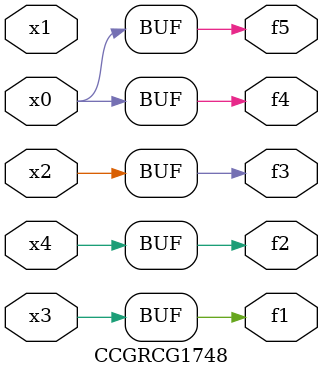
<source format=v>
module CCGRCG1748(
	input x0, x1, x2, x3, x4,
	output f1, f2, f3, f4, f5
);
	assign f1 = x3;
	assign f2 = x4;
	assign f3 = x2;
	assign f4 = x0;
	assign f5 = x0;
endmodule

</source>
